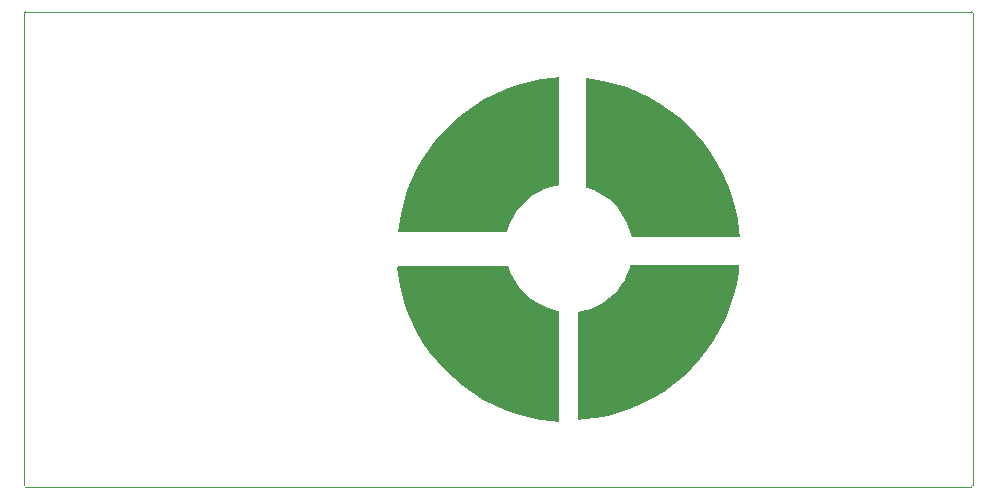
<source format=gbr>
%TF.GenerationSoftware,Altium Limited,Altium Designer,23.3.1 (30)*%
G04 Layer_Color=0*
%FSLAX45Y45*%
%MOMM*%
%TF.SameCoordinates,5C971558-4B59-40B4-890D-9BFF8048EDD7*%
%TF.FilePolarity,Positive*%
%TF.FileFunction,Profile,NP*%
%TF.Part,Single*%
G01*
G75*
%TA.AperFunction,Profile*%
%ADD46C,0.02540*%
G36*
X11752202Y5905653D02*
X11752323Y6815751D01*
X11751790Y6819331D01*
X11777515Y6823796D01*
X11828167Y6836428D01*
X11877362Y6853893D01*
X11924641Y6876025D01*
X11969562Y6902620D01*
X12011705Y6933428D01*
X12050676Y6968161D01*
X12086112Y7006496D01*
X12117680Y7048072D01*
X12145087Y7092502D01*
X12168075Y7139372D01*
X12186430Y7188242D01*
X12193814Y7213285D01*
X12193815Y7213285D01*
X13115532Y7213285D01*
X13110558Y7162071D01*
X13093375Y7060605D01*
X13069041Y6960612D01*
X13037683Y6862596D01*
X12999455Y6767049D01*
X12954552Y6674452D01*
X12903195Y6585271D01*
X12845648Y6499954D01*
X12782197Y6418932D01*
X12713164Y6342610D01*
X12638893Y6271375D01*
X12559761Y6205582D01*
X12476163Y6145565D01*
X12388522Y6091624D01*
X12297277Y6044031D01*
X12202889Y6003026D01*
X12105831Y5968815D01*
X12006593Y5941569D01*
X11905673Y5921426D01*
X11803578Y5908488D01*
X11752201Y5905653D01*
X11752202D01*
D02*
G37*
G36*
X10216076Y7189658D02*
X10215908Y7192338D01*
X10217657Y7197417D01*
X10221222Y7201436D01*
X10226056Y7203778D01*
X10228737Y7203931D01*
X10228738Y7203931D01*
X11153879Y7203931D01*
X11155922D01*
X11159803Y7202653D01*
X11163090Y7200226D01*
X11165453Y7196892D01*
X11166054Y7194939D01*
X11177906Y7160663D01*
X11208526Y7094956D01*
X11247870Y7034070D01*
X11295194Y6979156D01*
X11349602Y6931252D01*
X11410067Y6891263D01*
X11475445Y6859946D01*
X11544500Y6837892D01*
X11580001Y6830476D01*
Y6830475D01*
X11582232Y6830104D01*
X11586165Y6827870D01*
X11589089Y6824419D01*
X11590646Y6820172D01*
X11590645Y6817911D01*
X11590646Y6817911D01*
Y5910731D01*
X11592289Y5902823D01*
X11592289Y5900186D01*
X11590195Y5895345D01*
X11586351Y5891734D01*
X11581389Y5889946D01*
X11578757Y5890110D01*
X11527693Y5893302D01*
X11426261Y5906805D01*
X11326021Y5927362D01*
X11227462Y5954872D01*
X11131066Y5989202D01*
X11037304Y6030183D01*
X10946635Y6077615D01*
X10859501Y6131266D01*
X10776329Y6190874D01*
X10697525Y6256147D01*
X10623474Y6326767D01*
X10554538Y6402389D01*
X10491055Y6482642D01*
X10433334Y6567134D01*
X10381657Y6655454D01*
X10336278Y6747167D01*
X10297418Y6841828D01*
X10265266Y6938972D01*
X10239981Y7038125D01*
X10221685Y7138803D01*
X10216076Y7189658D01*
D01*
D02*
G37*
G36*
X12203314Y7451677D02*
X12198126Y7476457D01*
X12184298Y7525152D01*
X12165971Y7572338D01*
X12143306Y7617600D01*
X12116502Y7660541D01*
X12085795Y7700784D01*
X12051455Y7737975D01*
X12013783Y7771786D01*
X11973111Y7801922D01*
X11929796Y7828117D01*
X11884218Y7850140D01*
X11836777Y7867799D01*
X11812489Y7874942D01*
X11812489Y7874942D01*
X11813747Y7879623D01*
X11813747Y8796538D01*
X11864457Y8791568D01*
X11964930Y8774534D01*
X12063959Y8750490D01*
X12161056Y8719554D01*
X12255743Y8681878D01*
X12347551Y8637649D01*
X12436028Y8587085D01*
X12520737Y8530435D01*
X12601261Y8467978D01*
X12677202Y8400023D01*
X12748187Y8326906D01*
X12813863Y8248986D01*
X12873907Y8166648D01*
X12928026Y8080298D01*
X12975948Y7990363D01*
X13017439Y7897286D01*
X13052296Y7801526D01*
X13080344Y7703555D01*
X13101447Y7603858D01*
X13115498Y7502925D01*
X13118964Y7452089D01*
X13118964Y7452089D01*
X12203314Y7451677D01*
D02*
G37*
G36*
X11752202Y5905653D02*
X11803547Y5908486D01*
X11905579Y5921412D01*
X12006439Y5941534D01*
X12105620Y5968750D01*
X12202624Y6002923D01*
X12296963Y6043883D01*
X12388164Y6091422D01*
X12475768Y6145303D01*
X12559335Y6205255D01*
X12638445Y6270976D01*
X12712700Y6342135D01*
X12781728Y6418376D01*
X12845181Y6499316D01*
X12902744Y6584547D01*
X12954121Y6673642D01*
X12999059Y6766153D01*
X13037329Y6861614D01*
X13068742Y6959547D01*
X13093138Y7059460D01*
X13110394Y7160849D01*
X13115410Y7212027D01*
Y7212027D01*
X12198495D01*
X12193815Y7213285D01*
X12186430Y7188242D01*
X12168075Y7139372D01*
X12145087Y7092503D01*
X12117681Y7048072D01*
X12086112Y7006496D01*
X12050677Y6968161D01*
X12011705Y6933428D01*
X11969562Y6902620D01*
X11924641Y6876025D01*
X11877362Y6853893D01*
X11828167Y6836428D01*
X11777515Y6823796D01*
X11751791Y6819331D01*
Y6819331D01*
X11752323Y6815751D01*
X11752202Y5905653D01*
D02*
G37*
G36*
X10225974Y7498260D02*
X10230989Y7549439D01*
X10248246Y7650828D01*
X10272642Y7750740D01*
X10304055Y7848673D01*
X10342326Y7944134D01*
X10387263Y8036645D01*
X10438642Y8125740D01*
X10496202Y8210971D01*
X10559656Y8291911D01*
X10628684Y8368152D01*
X10702939Y8439312D01*
X10782049Y8505033D01*
X10865616Y8564984D01*
X10953220Y8618865D01*
X11044421Y8666405D01*
X11138760Y8707364D01*
X11235764Y8741538D01*
X11334945Y8768754D01*
X11435805Y8788875D01*
X11537837Y8801802D01*
X11589183Y8804634D01*
D01*
X11589061Y8806836D01*
Y7894536D01*
X11589594Y7890957D01*
X11563869Y7886491D01*
X11513217Y7873859D01*
X11464022Y7856395D01*
X11416743Y7834262D01*
X11371822Y7807667D01*
X11329679Y7776859D01*
X11290707Y7742126D01*
X11255272Y7703792D01*
X11223703Y7662215D01*
X11196297Y7617785D01*
X11173309Y7570915D01*
X11154954Y7522045D01*
X11147569Y7497002D01*
X11147570D01*
X11142890Y7498260D01*
X10225974D01*
D02*
G37*
D46*
X7070000Y5337262D02*
G02*
X7058400Y5355262I0J12738D01*
G01*
X7058399Y9348860D01*
D02*
G02*
X7071137Y9361598I12738J0D01*
G01*
X15078812D01*
D02*
G02*
X15091550Y9348860I0J-12738D01*
G01*
Y5350000D01*
D02*
G02*
X15078812Y5337262I-12738J0D01*
G01*
X7070000D01*
%TF.MD5,6a4a959653c7d693f680c70047d7439f*%
M02*

</source>
